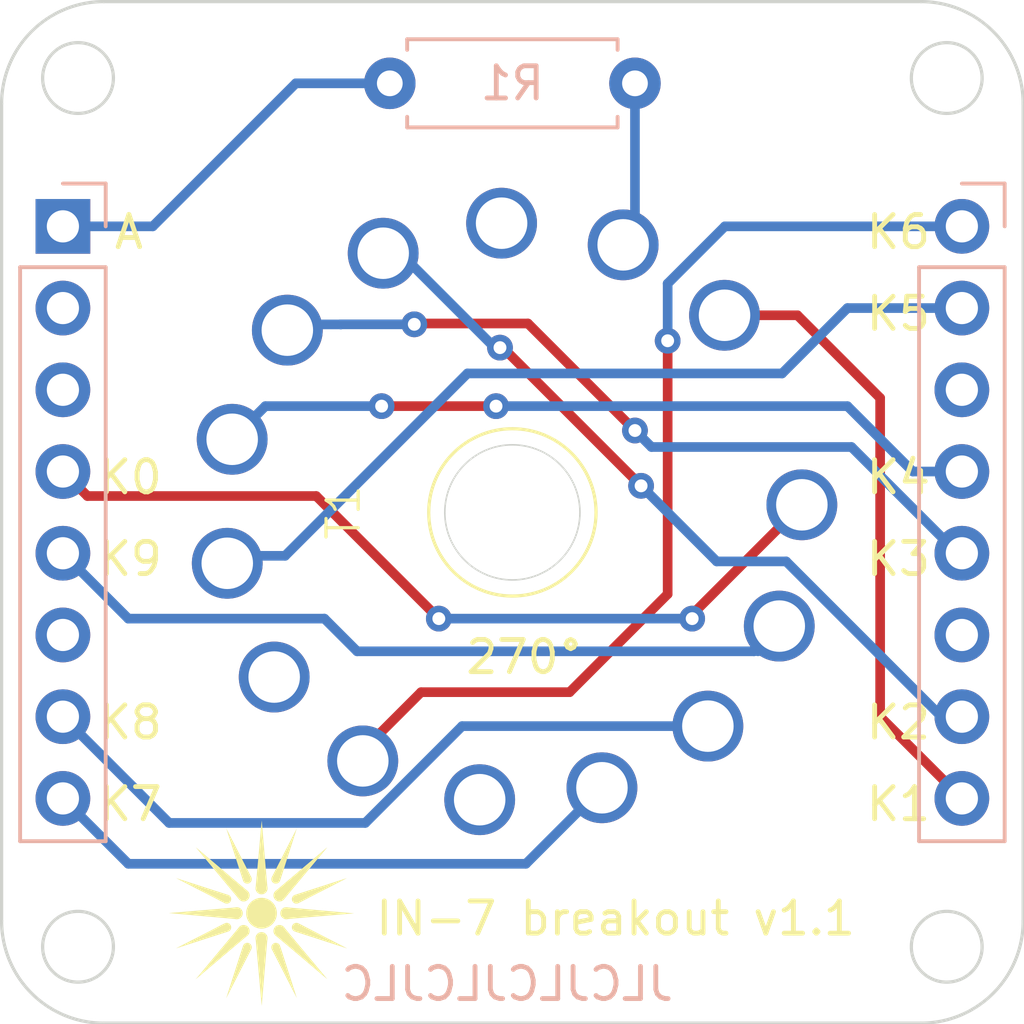
<source format=kicad_pcb>
(kicad_pcb (version 20221018) (generator pcbnew)
  (layers (0 "F.Cu" signal) (31 "B.Cu" signal) (34 "B.Paste" user) (35 "F.Paste" user) (36 "B.SilkS" user "B.Silkscreen") (37 "F.SilkS" user "F.Silkscreen") (38 "B.Mask" user) (39 "F.Mask" user) (44 "Edge.Cuts" user))
  (net 0 "")
  (net 5 "Anode")
  (net 6 "K1")
  (net 7 "K2")
  (net 8 "K3")
  (net 9 "K4")
  (net 10 "K5")
  (net 11 "K6")
  (net 12 "K7")
  (net 13 "K8")
  (net 15 "K9")
  (net 16 "K10")
  (net 19 "Net-(T1-Anode)")
  (footprint "Nixie:PL31 (IN7 rotation)" (layer "F.Cu") (at 50.8 50.8 90)
    (fp_text reference "T1" (at 0 -5.25 90 unlocked) (layer "F.SilkS") (effects (font (thickness 0.1))))
    (fp_text value "IN-7")
    (fp_circle (center 0 0) (end 2.1 0) (stroke (width 0.05)) (fill none) (layer "Edge.Cuts"))
    (pad "1" thru_hole circle (at 6.125995 6.5934 271.5) (size 2.2 2.2) (drill 1.6) (layers "*.Cu" "*.Mask") (net 6 "K1"))
    (pad "2" thru_hole circle (at 8.315188 3.443413 271.5) (size 2.2 2.2) (drill 1.6) (layers "*.Cu" "*.Mask") (net 19 "Net-(T1-Anode)"))
    (pad "3" thru_hole circle (at 8.9883 -0.335401 271.5) (size 2.2 2.2) (drill 1.6) (layers "*.Cu" "*.Mask"))
    (pad "4" thru_hole circle (at 8.054549 -4.01542 271.5) (size 2.2 2.2) (drill 1.6) (layers "*.Cu" "*.Mask") (net 7 "K2"))
    (pad "5" thru_hole circle (at 5.663644 -6.994553 271.5) (size 2.2 2.2) (drill 1.6) (layers "*.Cu" "*.Mask") (net 8 "K3"))
    (pad "6" thru_hole circle (at 2.271715 -8.708551 271.5) (size 2.2 2.2) (drill 1.6) (layers "*.Cu" "*.Mask") (net 9 "K4"))
    (pad "7" thru_hole circle (at -1.582512 -8.861611 271.5) (size 2.2 2.2) (drill 1.6) (layers "*.Cu" "*.Mask") (net 10 "K5"))
    (pad "8" thru_hole circle (at -5.118044 -7.403062 271.5) (size 2.2 2.2) (drill 1.6) (layers "*.Cu" "*.Mask"))
    (pad "9" thru_hole circle (at -7.724353 -4.649393 271.5) (size 2.2 2.2) (drill 1.6) (layers "*.Cu" "*.Mask") (net 11 "K6"))
    (pad "10" thru_hole circle (at -8.929671 -1.016597 271.5) (size 2.2 2.2) (drill 1.6) (layers "*.Cu" "*.Mask"))
    (pad "11" thru_hole circle (at -8.55877 2.783496 271.5) (size 2.2 2.2) (drill 1.6) (layers "*.Cu" "*.Mask") (net 12 "K7"))
    (pad "12" thru_hole circle (at -6.643227 6.075982 271.5) (size 2.2 2.2) (drill 1.6) (layers "*.Cu" "*.Mask") (net 13 "K8"))
    (pad "13" thru_hole circle (at -3.534065 8.295353 271.5) (size 2.2 2.2) (drill 1.6) (layers "*.Cu" "*.Mask") (net 15 "K9"))
    (pad "14" thru_hole circle (at 0.235593 8.996916 271.5) (size 2.2 2.2) (drill 1.6) (layers "*.Cu" "*.Mask") (net 16 "K10"))
  )
  (footprint "Nixie:Starburst" (layer "F.Cu") (at 43 63.25)
    (fp_text reference "G***" hide)
    (fp_text value "Starburst" hide)
  )
  (footprint "Connector_PinHeader_2.54mm:PinHeader_1x08_P2.54mm_Vertical" (layer "B.Cu") (at 64.77 41.91 180)
    (fp_text reference "J2" hide)
    (fp_text value "Conn_01x08_Pin" hide)
    (pad "1" thru_hole circle (at 0 0 180) (size 1.7 1.7) (drill 1) (layers "*.Cu" "*.Mask") (net 11 "K6"))
    (pad "2" thru_hole oval (at 0 -2.54 180) (size 1.7 1.7) (drill 1) (layers "*.Cu" "*.Mask") (net 10 "K5"))
    (pad "3" thru_hole oval (at 0 -5.08 180) (size 1.7 1.7) (drill 1) (layers "*.Cu" "*.Mask"))
    (pad "4" thru_hole oval (at 0 -7.62 180) (size 1.7 1.7) (drill 1) (layers "*.Cu" "*.Mask") (net 9 "K4"))
    (pad "5" thru_hole oval (at 0 -10.16 180) (size 1.7 1.7) (drill 1) (layers "*.Cu" "*.Mask") (net 8 "K3"))
    (pad "6" thru_hole oval (at 0 -12.7 180) (size 1.7 1.7) (drill 1) (layers "*.Cu" "*.Mask"))
    (pad "7" thru_hole oval (at 0 -15.24 180) (size 1.7 1.7) (drill 1) (layers "*.Cu" "*.Mask") (net 7 "K2"))
    (pad "8" thru_hole oval (at 0 -17.78 180) (size 1.7 1.7) (drill 1) (layers "*.Cu" "*.Mask") (net 6 "K1"))
  )
  (footprint "Connector_PinHeader_2.54mm:PinHeader_1x08_P2.54mm_Vertical" (layer "B.Cu") (at 36.83 41.91 180)
    (fp_text reference "J1" hide)
    (fp_text value "Conn_01x08_Pin" hide)
    (pad "1" thru_hole rect (at 0 0 180) (size 1.7 1.7) (drill 1) (layers "*.Cu" "*.Mask") (net 5 "Anode"))
    (pad "2" thru_hole oval (at 0 -2.54 180) (size 1.7 1.7) (drill 1) (layers "*.Cu" "*.Mask"))
    (pad "3" thru_hole oval (at 0 -5.08 180) (size 1.7 1.7) (drill 1) (layers "*.Cu" "*.Mask"))
    (pad "4" thru_hole oval (at 0 -7.62 180) (size 1.7 1.7) (drill 1) (layers "*.Cu" "*.Mask") (net 16 "K10"))
    (pad "5" thru_hole oval (at 0 -10.16 180) (size 1.7 1.7) (drill 1) (layers "*.Cu" "*.Mask") (net 15 "K9"))
    (pad "6" thru_hole oval (at 0 -12.7 180) (size 1.7 1.7) (drill 1) (layers "*.Cu" "*.Mask"))
    (pad "7" thru_hole oval (at 0 -15.24 180) (size 1.7 1.7) (drill 1) (layers "*.Cu" "*.Mask") (net 13 "K8"))
    (pad "8" thru_hole oval (at 0 -17.78 180) (size 1.7 1.7) (drill 1) (layers "*.Cu" "*.Mask") (net 12 "K7"))
  )
  (footprint "Resistor_THT:R_Axial_DIN0207_L6.3mm_D2.5mm_P7.62mm_Horizontal" (layer "B.Cu") (at 46.99 37.465)
    (fp_text reference "R1" (at 3.81 0) (layer "B.SilkS") (effects (justify mirror)))
    (fp_text value "R" hide)
    (pad "1" thru_hole circle (at 0 0) (size 1.6 1.6) (drill 0.8) (layers "*.Cu" "*.Mask") (net 5 "Anode"))
    (pad "2" thru_hole oval (at 7.62 0) (size 1.6 1.6) (drill 0.8) (layers "*.Cu" "*.Mask") (net 19 "Net-(T1-Anode)"))
  )
  (gr_arc (start 66.675 63.5) (mid 65.745064 65.745064) (end 63.5 66.675) (stroke (width 0.1)) (layer "Edge.Cuts"))
  (gr_line (start 34.925 38.1) (end 34.925 63.5) (stroke (width 0.1)) (layer "Edge.Cuts"))
  (gr_circle (center 64.3 64.3) (end 65.4 64.3) (stroke (width 0.1)) (fill none) (layer "Edge.Cuts"))
  (gr_circle (center 64.3 37.3) (end 65.4 37.3) (stroke (width 0.1)) (fill none) (layer "Edge.Cuts"))
  (gr_arc (start 34.925 38.1) (mid 35.854936 35.854936) (end 38.1 34.925) (stroke (width 0.1)) (layer "Edge.Cuts"))
  (gr_line (start 66.675 38.1) (end 66.675 63.5) (stroke (width 0.1)) (layer "Edge.Cuts"))
  (gr_circle (center 37.3 37.3) (end 38.4 37.3) (stroke (width 0.1)) (fill none) (layer "Edge.Cuts"))
  (gr_circle (center 37.3 64.3) (end 38.4 64.3) (stroke (width 0.1)) (fill none) (layer "Edge.Cuts"))
  (gr_line (start 38.1 66.675) (end 63.5 66.675) (stroke (width 0.1)) (layer "Edge.Cuts"))
  (gr_line (start 63.5 34.925) (end 38.1 34.925) (stroke (width 0.1)) (layer "Edge.Cuts"))
  (gr_arc (start 38.1 66.675) (mid 35.854936 65.745064) (end 34.925 63.5) (stroke (width 0.1)) (layer "Edge.Cuts"))
  (gr_arc (start 63.5 34.925) (mid 65.745064 35.854936) (end 66.675 38.1) (stroke (width 0.1)) (layer "Edge.Cuts"))
  (gr_text "JLCJLCJLCJLC" (at 55.88 66.04) (layer "B.SilkS") (effects (font (size 1 1)) (justify left bottom mirror)))
  (gr_text "K9\n" (at 37.846 52.832) (layer "F.SilkS") (effects (font (size 1 1)) (justify left bottom)))
  (gr_text "K6\n" (at 61.722 42.672) (layer "F.SilkS") (effects (font (size 1 1)) (justify left bottom)))
  (gr_text "K0\n" (at 37.846 50.292) (layer "F.SilkS") (effects (font (size 1 1)) (justify left bottom)))
  (gr_text "K5\n" (at 61.722 45.212) (layer "F.SilkS") (effects (font (size 1 1)) (justify left bottom)))
  (gr_text "K4" (at 61.722 50.292) (layer "F.SilkS") (effects (font (size 1 1)) (justify left bottom)))
  (gr_text "K3" (at 61.722 52.832) (layer "F.SilkS") (effects (font (size 1 1)) (justify left bottom)))
  (gr_text "K2" (at 61.722 57.912) (layer "F.SilkS") (effects (font (size 1 1)) (justify left bottom)))
  (gr_text "IN-7 breakout v1.1\n" (at 46.482 64.008) (layer "F.SilkS") (effects (font (size 1 1)) (justify left bottom)))
  (gr_text "A" (at 38.354 42.672) (layer "F.SilkS") (effects (font (size 1 1)) (justify left bottom)))
  (gr_text "K7" (at 37.846 60.452) (layer "F.SilkS") (effects (font (size 1 1)) (justify left bottom)))
  (gr_text "K1" (at 61.722 60.452) (layer "F.SilkS") (effects (font (size 1 1)) (justify left bottom)))
  (gr_text "270°" (at 49.276 55.88) (layer "F.SilkS") (effects (font (size 1 1)) (justify left bottom)))
  (gr_text "K8" (at 37.846 57.912) (layer "F.SilkS") (effects (font (size 1 1)) (justify left bottom)))
  (segment (start 36.83 41.91) (end 39.624 41.91) (width 0.3) (layer "B.Cu") (net 5))
  (segment (start 44.069 37.465) (end 46.99 37.465) (width 0.3) (layer "B.Cu") (net 5))
  (segment (start 39.624 41.91) (end 44.069 37.465) (width 0.3) (layer "B.Cu") (net 5))
  (segment (start 62.23 57.15) (end 64.77 59.69) (width 0.3) (layer "F.Cu") (net 6))
  (segment (start 62.23 47.244) (end 59.660005 44.674005) (width 0.3) (layer "F.Cu") (net 6))
  (segment (start 62.23 47.244) (end 62.23 57.15) (width 0.3) (layer "F.Cu") (net 6))
  (segment (start 59.660005 44.674005) (end 57.3934 44.674005) (width 0.3) (layer "F.Cu") (net 6))
  (segment (start 50.5057 45.6797) (end 50.414701 45.6797) (width 0.3) (layer "F.Cu") (net 7))
  (segment (start 54.8005 49.9745) (end 50.5057 45.6797) (width 0.3) (layer "F.Cu") (net 7))
  (via (at 50.414701 45.6797) (size 0.8) (drill 0.4) (layers "F.Cu" "B.Cu") (net 7))
  (via (at 54.8005 49.9745) (size 0.8) (drill 0.4) (layers "F.Cu" "B.Cu") (net 7))
  (segment (start 47.317451 42.745451) (end 46.78458 42.745451) (width 0.3) (layer "B.Cu") (net 7))
  (segment (start 64.134745 57.15) (end 64.77 57.15) (width 0.3) (layer "B.Cu") (net 7))
  (segment (start 50.2517 45.6797) (end 47.317451 42.745451) (width 0.3) (layer "B.Cu") (net 7))
  (segment (start 47.4691 42.6431) (end 46.9968 42.6431) (width 0.3) (layer "B.Cu") (net 7))
  (segment (start 59.308745 52.324) (end 64.134745 57.15) (width 0.3) (layer "B.Cu") (net 7))
  (segment (start 57.15 52.324) (end 59.308745 52.324) (width 0.3) (layer "B.Cu") (net 7))
  (segment (start 50.414701 45.6797) (end 50.2517 45.6797) (width 0.3) (layer "B.Cu") (net 7))
  (segment (start 54.8005 49.9745) (end 57.15 52.324) (width 0.3) (layer "B.Cu") (net 7))
  (segment (start 51.283999 44.9297) (end 47.7775 44.9297) (width 0.3) (layer "F.Cu") (net 8))
  (segment (start 54.61 48.255701) (end 51.283999 44.9297) (width 0.3) (layer "F.Cu") (net 8))
  (segment (start 47.7775 44.9297) (end 47.752 44.9552) (width 0.3) (layer "F.Cu") (net 8))
  (via (at 54.61 48.255701) (size 0.8) (drill 0.4) (layers "F.Cu" "B.Cu") (net 8))
  (via (at 47.752 44.9552) (size 0.8) (drill 0.4) (layers "F.Cu" "B.Cu") (net 8))
  (segment (start 43.983803 44.958) (end 43.805447 45.136356) (width 0.3) (layer "B.Cu") (net 8))
  (segment (start 54.61 48.255701) (end 55.122299 48.768) (width 0.3) (layer "B.Cu") (net 8))
  (segment (start 45.466 44.958) (end 43.983803 44.958) (width 0.3) (layer "B.Cu") (net 8))
  (segment (start 61.339604 48.768) (end 64.641604 52.07) (width 0.3) (layer "B.Cu") (net 8))
  (segment (start 47.752 44.9552) (end 45.4688 44.9552) (width 0.3) (layer "B.Cu") (net 8))
  (segment (start 55.122299 48.768) (end 61.339604 48.768) (width 0.3) (layer "B.Cu") (net 8))
  (segment (start 45.4688 44.9552) (end 45.466 44.958) (width 0.3) (layer "B.Cu") (net 8))
  (segment (start 64.641604 52.07) (end 64.77 52.07) (width 0.3) (layer "B.Cu") (net 8))
  (segment (start 50.292 47.498) (end 46.736 47.498) (width 0.3) (layer "F.Cu") (net 9))
  (via (at 46.736 47.498) (size 0.8) (drill 0.4) (layers "F.Cu" "B.Cu") (net 9))
  (via (at 50.292 47.498) (size 0.8) (drill 0.4) (layers "F.Cu" "B.Cu") (net 9))
  (segment (start 63.246 49.53) (end 64.77 49.53) (width 0.3) (layer "B.Cu") (net 9))
  (segment (start 50.292 47.498) (end 61.214 47.498) (width 0.3) (layer "B.Cu") (net 9))
  (segment (start 43.121734 47.498) (end 42.091449 48.528285) (width 0.3) (layer "B.Cu") (net 9))
  (segment (start 61.214 47.498) (end 63.246 49.53) (width 0.3) (layer "B.Cu") (net 9))
  (segment (start 46.736 47.498) (end 43.121734 47.498) (width 0.3) (layer "B.Cu") (net 9))
  (segment (start 43.735 52.15) (end 41.9 52.15) (width 0.3) (layer "B.Cu") (net 10))
  (segment (start 61.214 44.45) (end 59.182 46.482) (width 0.3) (layer "B.Cu") (net 10))
  (segment (start 64.77 44.45) (end 61.214 44.45) (width 0.3) (layer "B.Cu") (net 10))
  (segment (start 49.403 46.482) (end 43.735 52.15) (width 0.3) (layer "B.Cu") (net 10))
  (segment (start 59.182 46.482) (end 49.403 46.482) (width 0.3) (layer "B.Cu") (net 10))
  (segment (start 55.626 45.466) (end 55.626 53.34) (width 0.3) (layer "F.Cu") (net 11))
  (segment (start 47.962 56.388) (end 45.95 58.4) (width 0.3) (layer "F.Cu") (net 11))
  (segment (start 55.626 53.34) (end 52.578 56.388) (width 0.3) (layer "F.Cu") (net 11))
  (segment (start 52.578 56.388) (end 47.962 56.388) (width 0.3) (layer "F.Cu") (net 11))
  (via (at 55.626 45.466) (size 0.8) (drill 0.4) (layers "F.Cu" "B.Cu") (net 11))
  (segment (start 57.404 41.91) (end 64.77 41.91) (width 0.3) (layer "B.Cu") (net 11))
  (segment (start 55.626 45.466) (end 55.626 43.688) (width 0.3) (layer "B.Cu") (net 11))
  (segment (start 55.626 43.688) (end 57.404 41.91) (width 0.3) (layer "B.Cu") (net 11))
  (segment (start 51.220266 61.722) (end 53.583496 59.35877) (width 0.3) (layer "B.Cu") (net 12))
  (segment (start 36.83 59.69) (end 38.862 61.722) (width 0.3) (layer "B.Cu") (net 12))
  (segment (start 38.862 61.722) (end 51.220266 61.722) (width 0.3) (layer "B.Cu") (net 12))
  (segment (start 49.236773 57.443227) (end 56.875982 57.443227) (width 0.3) (layer "B.Cu") (net 13))
  (segment (start 46.228 60.452) (end 49.236773 57.443227) (width 0.3) (layer "B.Cu") (net 13))
  (segment (start 36.83 57.15) (end 40.132 60.452) (width 0.3) (layer "B.Cu") (net 13))
  (segment (start 40.132 60.452) (end 46.228 60.452) (width 0.3) (layer "B.Cu") (net 13))
  (segment (start 36.83 52.07) (end 38.862 54.102) (width 0.3) (layer "B.Cu") (net 15))
  (segment (start 58.311418 55.118) (end 59.095353 54.334065) (width 0.3) (layer "B.Cu") (net 15))
  (segment (start 38.862 54.102) (end 44.958 54.102) (width 0.3) (layer "B.Cu") (net 15))
  (segment (start 45.974 55.118) (end 58.311418 55.118) (width 0.3) (layer "B.Cu") (net 15))
  (segment (start 44.958 54.102) (end 45.974 55.118) (width 0.3) (layer "B.Cu") (net 15))
  (segment (start 58.432 55.118) (end 59 54.55) (width 0.3) (layer "B.Cu") (net 15))
  (segment (start 56.388 53.973323) (end 59.796916 50.564407) (width 0.3) (layer "F.Cu") (net 16))
  (segment (start 56.388 54.102) (end 56.388 53.973323) (width 0.3) (layer "F.Cu") (net 16))
  (segment (start 37.592 50.292) (end 36.83 49.53) (width 0.3) (layer "F.Cu") (net 16))
  (segment (start 48.514 54.102) (end 44.704 50.292) (width 0.3) (layer "F.Cu") (net 16))
  (segment (start 44.704 50.292) (end 37.592 50.292) (width 0.3) (layer "F.Cu") (net 16))
  (via (at 48.514 54.102) (size 0.8) (drill 0.4) (layers "F.Cu" "B.Cu") (net 16))
  (via (at 56.388 54.102) (size 0.8) (drill 0.4) (layers "F.Cu" "B.Cu") (net 16))
  (segment (start 56.388 54.102) (end 48.514 54.102) (width 0.3) (layer "B.Cu") (net 16))
  (segment (start 54.61 37.465) (end 54.61 42.118225) (width 0.3) (layer "B.Cu") (net 19))
  (segment (start 54.61 42.118225) (end 54.243413 42.484812) (width 0.3) (layer "B.Cu") (net 19))
)
</source>
